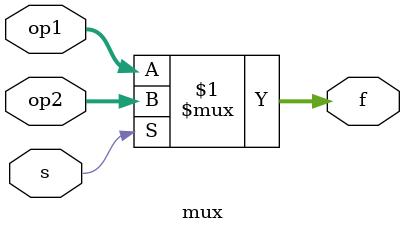
<source format=v>
module mux4to1 (w0, w1, w2, w3, S, f);
	input [3:0] w0, w1, w2, w3;
	input [1:0] S;
	output [3:0]f;
	assign f = S[1] ? (S[0] ? w3 : w2) : (S[0] ? w1 : w0);
	

endmodule

module mux(op1,op2,s,f);
	input [7:0] op1,op2;
	input s;
	output [7:0] f;
	assign f = s ? op2 :op1;
endmodule

</source>
